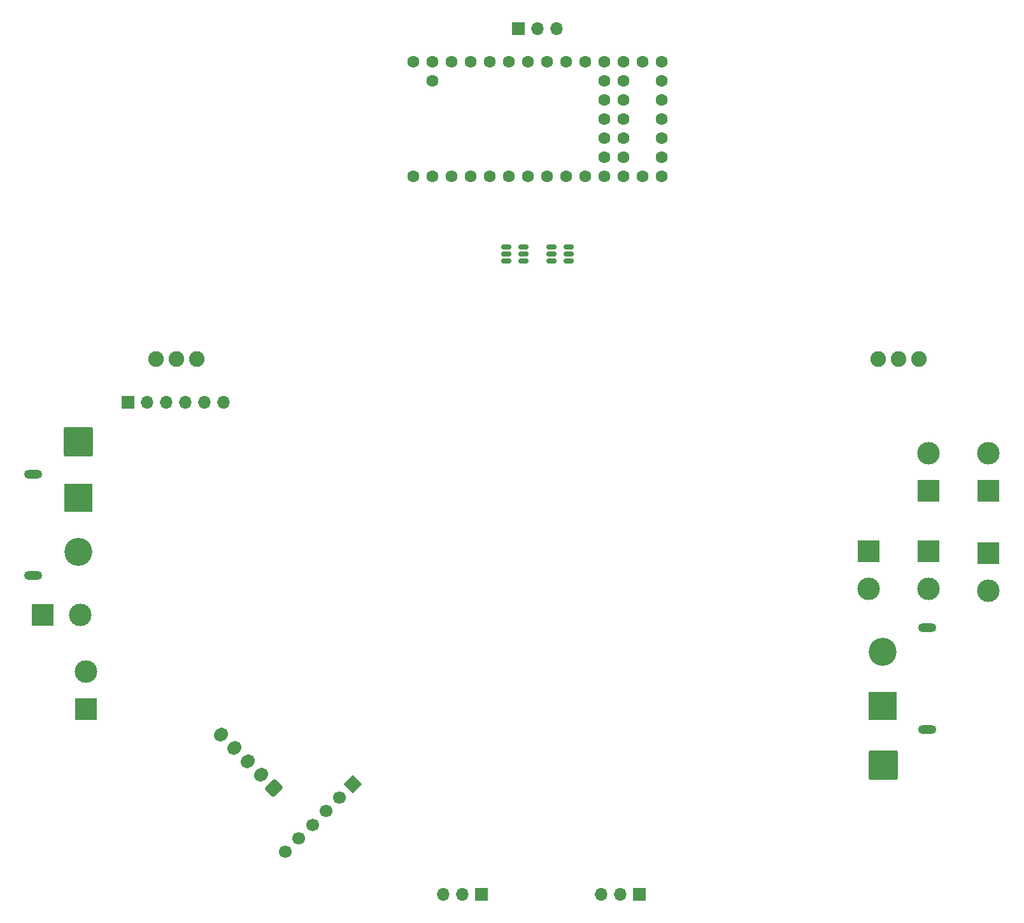
<source format=gbs>
%TF.GenerationSoftware,KiCad,Pcbnew,(6.0.7-1)-1*%
%TF.CreationDate,2023-02-20T20:58:05+08:00*%
%TF.ProjectId,layer3,6c617965-7233-42e6-9b69-6361645f7063,1.0*%
%TF.SameCoordinates,Original*%
%TF.FileFunction,Soldermask,Bot*%
%TF.FilePolarity,Negative*%
%FSLAX46Y46*%
G04 Gerber Fmt 4.6, Leading zero omitted, Abs format (unit mm)*
G04 Created by KiCad (PCBNEW (6.0.7-1)-1) date 2023-02-20 20:58:05*
%MOMM*%
%LPD*%
G01*
G04 APERTURE LIST*
G04 Aperture macros list*
%AMRoundRect*
0 Rectangle with rounded corners*
0 $1 Rounding radius*
0 $2 $3 $4 $5 $6 $7 $8 $9 X,Y pos of 4 corners*
0 Add a 4 corners polygon primitive as box body*
4,1,4,$2,$3,$4,$5,$6,$7,$8,$9,$2,$3,0*
0 Add four circle primitives for the rounded corners*
1,1,$1+$1,$2,$3*
1,1,$1+$1,$4,$5*
1,1,$1+$1,$6,$7*
1,1,$1+$1,$8,$9*
0 Add four rect primitives between the rounded corners*
20,1,$1+$1,$2,$3,$4,$5,0*
20,1,$1+$1,$4,$5,$6,$7,0*
20,1,$1+$1,$6,$7,$8,$9,0*
20,1,$1+$1,$8,$9,$2,$3,0*%
%AMHorizOval*
0 Thick line with rounded ends*
0 $1 width*
0 $2 $3 position (X,Y) of the first rounded end (center of the circle)*
0 $4 $5 position (X,Y) of the second rounded end (center of the circle)*
0 Add line between two ends*
20,1,$1,$2,$3,$4,$5,0*
0 Add two circle primitives to create the rounded ends*
1,1,$1,$2,$3*
1,1,$1,$4,$5*%
%AMRotRect*
0 Rectangle, with rotation*
0 The origin of the aperture is its center*
0 $1 length*
0 $2 width*
0 $3 Rotation angle, in degrees counterclockwise*
0 Add horizontal line*
21,1,$1,$2,0,0,$3*%
G04 Aperture macros list end*
%ADD10RoundRect,0.250000X0.936916X0.088388X0.088388X0.936916X-0.936916X-0.088388X-0.088388X-0.936916X0*%
%ADD11HorizOval,1.700000X0.088388X0.088388X-0.088388X-0.088388X0*%
%ADD12RotRect,1.700000X1.700000X315.000000*%
%ADD13HorizOval,1.700000X0.000000X0.000000X0.000000X0.000000X0*%
%ADD14C,2.082800*%
%ADD15R,1.700000X1.700000*%
%ADD16O,1.700000X1.700000*%
%ADD17R,3.000000X3.000000*%
%ADD18C,3.000000*%
%ADD19C,1.600000*%
%ADD20RoundRect,0.250002X-1.699998X-1.699998X1.699998X-1.699998X1.699998X1.699998X-1.699998X1.699998X0*%
%ADD21R,3.716000X3.716000*%
%ADD22C,3.716000*%
%ADD23O,2.400000X1.200000*%
%ADD24RoundRect,0.250002X1.699998X1.699998X-1.699998X1.699998X-1.699998X-1.699998X1.699998X-1.699998X0*%
%ADD25RoundRect,0.150000X0.512500X0.150000X-0.512500X0.150000X-0.512500X-0.150000X0.512500X-0.150000X0*%
G04 APERTURE END LIST*
D10*
X75000000Y-145000000D03*
D11*
X73232233Y-143232233D03*
X71464466Y-141464466D03*
X69696699Y-139696699D03*
X67928932Y-137928932D03*
D12*
X85490129Y-144509872D03*
D13*
X83694078Y-146305923D03*
X81898027Y-148101974D03*
X80101975Y-149898026D03*
X78305924Y-151694077D03*
X76509873Y-153490128D03*
D14*
X64717800Y-88000000D03*
X62000000Y-88000000D03*
X59282200Y-88000000D03*
D15*
X55550000Y-93719719D03*
D16*
X58090000Y-93719719D03*
X60630000Y-93719719D03*
X63170000Y-93719719D03*
X65710000Y-93719719D03*
X68250000Y-93719719D03*
D15*
X107475000Y-44000000D03*
D16*
X110015000Y-44000000D03*
X112555000Y-44000000D03*
D17*
X154000000Y-113500000D03*
D18*
X154000000Y-118500000D03*
D19*
X96030000Y-63620000D03*
X98570000Y-63620000D03*
X101110000Y-63620000D03*
X103650000Y-63620000D03*
X126510000Y-58540000D03*
X98570000Y-48380000D03*
X106190000Y-63620000D03*
X108730000Y-63620000D03*
X111270000Y-63620000D03*
X113810000Y-63620000D03*
X116350000Y-63620000D03*
X118890000Y-63620000D03*
X121430000Y-63620000D03*
X123970000Y-63620000D03*
X126510000Y-63620000D03*
X126510000Y-48380000D03*
X123970000Y-48380000D03*
X121430000Y-48380000D03*
X118890000Y-48380000D03*
X116350000Y-48380000D03*
X113810000Y-48380000D03*
X111270000Y-48380000D03*
X108730000Y-48380000D03*
X106190000Y-48380000D03*
X103650000Y-48380000D03*
X101110000Y-48380000D03*
X121430000Y-50920000D03*
X118890000Y-50920000D03*
X121430000Y-53460000D03*
X118890000Y-53460000D03*
X121430000Y-56000000D03*
X118890000Y-56000000D03*
X121430000Y-58540000D03*
X118890000Y-58540000D03*
X121430000Y-61080000D03*
X118890000Y-61080000D03*
X93490000Y-63620000D03*
X126510000Y-56000000D03*
X96030000Y-48380000D03*
X126510000Y-50920000D03*
X126510000Y-53460000D03*
X126510000Y-61080000D03*
X93490000Y-48380000D03*
X96030000Y-50920000D03*
D15*
X123525000Y-159200000D03*
D16*
X120985000Y-159200000D03*
X118445000Y-159200000D03*
D14*
X160717800Y-88000000D03*
X158000000Y-88000000D03*
X155282200Y-88000000D03*
D17*
X161999999Y-113500000D03*
D18*
X161999999Y-118500000D03*
D17*
X50000000Y-134500000D03*
D18*
X50000000Y-129500000D03*
D15*
X102525000Y-159200000D03*
D16*
X99985000Y-159200000D03*
X97445000Y-159200000D03*
D17*
X44250000Y-122000000D03*
D18*
X49250000Y-122000000D03*
D17*
X161999999Y-105500000D03*
D18*
X161999999Y-100500000D03*
D20*
X156000000Y-142000000D03*
D21*
X155869039Y-134067519D03*
D22*
X155869039Y-126867519D03*
D23*
X161869039Y-137217519D03*
X161869039Y-123717519D03*
D17*
X169999999Y-113750000D03*
D18*
X169999999Y-118750000D03*
D17*
X169999999Y-105500000D03*
D18*
X169999999Y-100500000D03*
D24*
X49000000Y-99000000D03*
D21*
X49000000Y-106400000D03*
D22*
X49000000Y-113600000D03*
D23*
X43000000Y-103250000D03*
X43000000Y-116750000D03*
D25*
X108137500Y-73050000D03*
X108137500Y-74000000D03*
X108137500Y-74950000D03*
X105862500Y-74950000D03*
X105862500Y-74000000D03*
X105862500Y-73050000D03*
X114137500Y-73050000D03*
X114137500Y-74000000D03*
X114137500Y-74950000D03*
X111862500Y-74950000D03*
X111862500Y-74000000D03*
X111862500Y-73050000D03*
M02*

</source>
